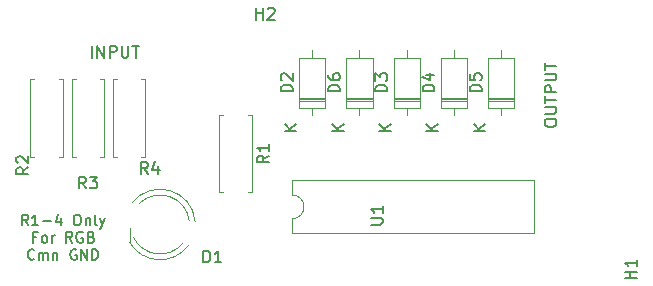
<source format=gbr>
%TF.GenerationSoftware,KiCad,Pcbnew,9.0.2*%
%TF.CreationDate,2025-06-11T23:47:40-06:00*%
%TF.ProjectId,Isolinear Board PCB,49736f6c-696e-4656-9172-20426f617264,rev?*%
%TF.SameCoordinates,Original*%
%TF.FileFunction,Legend,Top*%
%TF.FilePolarity,Positive*%
%FSLAX46Y46*%
G04 Gerber Fmt 4.6, Leading zero omitted, Abs format (unit mm)*
G04 Created by KiCad (PCBNEW 9.0.2) date 2025-06-11 23:47:40*
%MOMM*%
%LPD*%
G01*
G04 APERTURE LIST*
%ADD10C,0.150000*%
%ADD11C,0.120000*%
G04 APERTURE END LIST*
D10*
X114964285Y-142084157D02*
X114664285Y-141655585D01*
X114449999Y-142084157D02*
X114449999Y-141184157D01*
X114449999Y-141184157D02*
X114792856Y-141184157D01*
X114792856Y-141184157D02*
X114878571Y-141227014D01*
X114878571Y-141227014D02*
X114921428Y-141269871D01*
X114921428Y-141269871D02*
X114964285Y-141355585D01*
X114964285Y-141355585D02*
X114964285Y-141484157D01*
X114964285Y-141484157D02*
X114921428Y-141569871D01*
X114921428Y-141569871D02*
X114878571Y-141612728D01*
X114878571Y-141612728D02*
X114792856Y-141655585D01*
X114792856Y-141655585D02*
X114449999Y-141655585D01*
X115821428Y-142084157D02*
X115307142Y-142084157D01*
X115564285Y-142084157D02*
X115564285Y-141184157D01*
X115564285Y-141184157D02*
X115478571Y-141312728D01*
X115478571Y-141312728D02*
X115392856Y-141398442D01*
X115392856Y-141398442D02*
X115307142Y-141441300D01*
X116207142Y-141741300D02*
X116892857Y-141741300D01*
X117707143Y-141484157D02*
X117707143Y-142084157D01*
X117492857Y-141141300D02*
X117278571Y-141784157D01*
X117278571Y-141784157D02*
X117835714Y-141784157D01*
X119035714Y-141184157D02*
X119207142Y-141184157D01*
X119207142Y-141184157D02*
X119292857Y-141227014D01*
X119292857Y-141227014D02*
X119378571Y-141312728D01*
X119378571Y-141312728D02*
X119421428Y-141484157D01*
X119421428Y-141484157D02*
X119421428Y-141784157D01*
X119421428Y-141784157D02*
X119378571Y-141955585D01*
X119378571Y-141955585D02*
X119292857Y-142041300D01*
X119292857Y-142041300D02*
X119207142Y-142084157D01*
X119207142Y-142084157D02*
X119035714Y-142084157D01*
X119035714Y-142084157D02*
X118950000Y-142041300D01*
X118950000Y-142041300D02*
X118864285Y-141955585D01*
X118864285Y-141955585D02*
X118821428Y-141784157D01*
X118821428Y-141784157D02*
X118821428Y-141484157D01*
X118821428Y-141484157D02*
X118864285Y-141312728D01*
X118864285Y-141312728D02*
X118950000Y-141227014D01*
X118950000Y-141227014D02*
X119035714Y-141184157D01*
X119807142Y-141484157D02*
X119807142Y-142084157D01*
X119807142Y-141569871D02*
X119849999Y-141527014D01*
X119849999Y-141527014D02*
X119935714Y-141484157D01*
X119935714Y-141484157D02*
X120064285Y-141484157D01*
X120064285Y-141484157D02*
X120149999Y-141527014D01*
X120149999Y-141527014D02*
X120192857Y-141612728D01*
X120192857Y-141612728D02*
X120192857Y-142084157D01*
X120750000Y-142084157D02*
X120664285Y-142041300D01*
X120664285Y-142041300D02*
X120621428Y-141955585D01*
X120621428Y-141955585D02*
X120621428Y-141184157D01*
X121007143Y-141484157D02*
X121221429Y-142084157D01*
X121435714Y-141484157D02*
X121221429Y-142084157D01*
X121221429Y-142084157D02*
X121135714Y-142298442D01*
X121135714Y-142298442D02*
X121092857Y-142341300D01*
X121092857Y-142341300D02*
X121007143Y-142384157D01*
X115649999Y-143061678D02*
X115349999Y-143061678D01*
X115349999Y-143533107D02*
X115349999Y-142633107D01*
X115349999Y-142633107D02*
X115778571Y-142633107D01*
X116250000Y-143533107D02*
X116164285Y-143490250D01*
X116164285Y-143490250D02*
X116121428Y-143447392D01*
X116121428Y-143447392D02*
X116078571Y-143361678D01*
X116078571Y-143361678D02*
X116078571Y-143104535D01*
X116078571Y-143104535D02*
X116121428Y-143018821D01*
X116121428Y-143018821D02*
X116164285Y-142975964D01*
X116164285Y-142975964D02*
X116250000Y-142933107D01*
X116250000Y-142933107D02*
X116378571Y-142933107D01*
X116378571Y-142933107D02*
X116464285Y-142975964D01*
X116464285Y-142975964D02*
X116507143Y-143018821D01*
X116507143Y-143018821D02*
X116550000Y-143104535D01*
X116550000Y-143104535D02*
X116550000Y-143361678D01*
X116550000Y-143361678D02*
X116507143Y-143447392D01*
X116507143Y-143447392D02*
X116464285Y-143490250D01*
X116464285Y-143490250D02*
X116378571Y-143533107D01*
X116378571Y-143533107D02*
X116250000Y-143533107D01*
X116935714Y-143533107D02*
X116935714Y-142933107D01*
X116935714Y-143104535D02*
X116978571Y-143018821D01*
X116978571Y-143018821D02*
X117021429Y-142975964D01*
X117021429Y-142975964D02*
X117107143Y-142933107D01*
X117107143Y-142933107D02*
X117192857Y-142933107D01*
X118692857Y-143533107D02*
X118392857Y-143104535D01*
X118178571Y-143533107D02*
X118178571Y-142633107D01*
X118178571Y-142633107D02*
X118521428Y-142633107D01*
X118521428Y-142633107D02*
X118607143Y-142675964D01*
X118607143Y-142675964D02*
X118650000Y-142718821D01*
X118650000Y-142718821D02*
X118692857Y-142804535D01*
X118692857Y-142804535D02*
X118692857Y-142933107D01*
X118692857Y-142933107D02*
X118650000Y-143018821D01*
X118650000Y-143018821D02*
X118607143Y-143061678D01*
X118607143Y-143061678D02*
X118521428Y-143104535D01*
X118521428Y-143104535D02*
X118178571Y-143104535D01*
X119550000Y-142675964D02*
X119464286Y-142633107D01*
X119464286Y-142633107D02*
X119335714Y-142633107D01*
X119335714Y-142633107D02*
X119207143Y-142675964D01*
X119207143Y-142675964D02*
X119121428Y-142761678D01*
X119121428Y-142761678D02*
X119078571Y-142847392D01*
X119078571Y-142847392D02*
X119035714Y-143018821D01*
X119035714Y-143018821D02*
X119035714Y-143147392D01*
X119035714Y-143147392D02*
X119078571Y-143318821D01*
X119078571Y-143318821D02*
X119121428Y-143404535D01*
X119121428Y-143404535D02*
X119207143Y-143490250D01*
X119207143Y-143490250D02*
X119335714Y-143533107D01*
X119335714Y-143533107D02*
X119421428Y-143533107D01*
X119421428Y-143533107D02*
X119550000Y-143490250D01*
X119550000Y-143490250D02*
X119592857Y-143447392D01*
X119592857Y-143447392D02*
X119592857Y-143147392D01*
X119592857Y-143147392D02*
X119421428Y-143147392D01*
X120278571Y-143061678D02*
X120407143Y-143104535D01*
X120407143Y-143104535D02*
X120450000Y-143147392D01*
X120450000Y-143147392D02*
X120492857Y-143233107D01*
X120492857Y-143233107D02*
X120492857Y-143361678D01*
X120492857Y-143361678D02*
X120450000Y-143447392D01*
X120450000Y-143447392D02*
X120407143Y-143490250D01*
X120407143Y-143490250D02*
X120321428Y-143533107D01*
X120321428Y-143533107D02*
X119978571Y-143533107D01*
X119978571Y-143533107D02*
X119978571Y-142633107D01*
X119978571Y-142633107D02*
X120278571Y-142633107D01*
X120278571Y-142633107D02*
X120364286Y-142675964D01*
X120364286Y-142675964D02*
X120407143Y-142718821D01*
X120407143Y-142718821D02*
X120450000Y-142804535D01*
X120450000Y-142804535D02*
X120450000Y-142890250D01*
X120450000Y-142890250D02*
X120407143Y-142975964D01*
X120407143Y-142975964D02*
X120364286Y-143018821D01*
X120364286Y-143018821D02*
X120278571Y-143061678D01*
X120278571Y-143061678D02*
X119978571Y-143061678D01*
X115457143Y-144896342D02*
X115414286Y-144939200D01*
X115414286Y-144939200D02*
X115285714Y-144982057D01*
X115285714Y-144982057D02*
X115200000Y-144982057D01*
X115200000Y-144982057D02*
X115071429Y-144939200D01*
X115071429Y-144939200D02*
X114985714Y-144853485D01*
X114985714Y-144853485D02*
X114942857Y-144767771D01*
X114942857Y-144767771D02*
X114900000Y-144596342D01*
X114900000Y-144596342D02*
X114900000Y-144467771D01*
X114900000Y-144467771D02*
X114942857Y-144296342D01*
X114942857Y-144296342D02*
X114985714Y-144210628D01*
X114985714Y-144210628D02*
X115071429Y-144124914D01*
X115071429Y-144124914D02*
X115200000Y-144082057D01*
X115200000Y-144082057D02*
X115285714Y-144082057D01*
X115285714Y-144082057D02*
X115414286Y-144124914D01*
X115414286Y-144124914D02*
X115457143Y-144167771D01*
X115842857Y-144982057D02*
X115842857Y-144382057D01*
X115842857Y-144467771D02*
X115885714Y-144424914D01*
X115885714Y-144424914D02*
X115971429Y-144382057D01*
X115971429Y-144382057D02*
X116100000Y-144382057D01*
X116100000Y-144382057D02*
X116185714Y-144424914D01*
X116185714Y-144424914D02*
X116228572Y-144510628D01*
X116228572Y-144510628D02*
X116228572Y-144982057D01*
X116228572Y-144510628D02*
X116271429Y-144424914D01*
X116271429Y-144424914D02*
X116357143Y-144382057D01*
X116357143Y-144382057D02*
X116485714Y-144382057D01*
X116485714Y-144382057D02*
X116571429Y-144424914D01*
X116571429Y-144424914D02*
X116614286Y-144510628D01*
X116614286Y-144510628D02*
X116614286Y-144982057D01*
X117042857Y-144382057D02*
X117042857Y-144982057D01*
X117042857Y-144467771D02*
X117085714Y-144424914D01*
X117085714Y-144424914D02*
X117171429Y-144382057D01*
X117171429Y-144382057D02*
X117300000Y-144382057D01*
X117300000Y-144382057D02*
X117385714Y-144424914D01*
X117385714Y-144424914D02*
X117428572Y-144510628D01*
X117428572Y-144510628D02*
X117428572Y-144982057D01*
X119014286Y-144124914D02*
X118928572Y-144082057D01*
X118928572Y-144082057D02*
X118800000Y-144082057D01*
X118800000Y-144082057D02*
X118671429Y-144124914D01*
X118671429Y-144124914D02*
X118585714Y-144210628D01*
X118585714Y-144210628D02*
X118542857Y-144296342D01*
X118542857Y-144296342D02*
X118500000Y-144467771D01*
X118500000Y-144467771D02*
X118500000Y-144596342D01*
X118500000Y-144596342D02*
X118542857Y-144767771D01*
X118542857Y-144767771D02*
X118585714Y-144853485D01*
X118585714Y-144853485D02*
X118671429Y-144939200D01*
X118671429Y-144939200D02*
X118800000Y-144982057D01*
X118800000Y-144982057D02*
X118885714Y-144982057D01*
X118885714Y-144982057D02*
X119014286Y-144939200D01*
X119014286Y-144939200D02*
X119057143Y-144896342D01*
X119057143Y-144896342D02*
X119057143Y-144596342D01*
X119057143Y-144596342D02*
X118885714Y-144596342D01*
X119442857Y-144982057D02*
X119442857Y-144082057D01*
X119442857Y-144082057D02*
X119957143Y-144982057D01*
X119957143Y-144982057D02*
X119957143Y-144082057D01*
X120385714Y-144982057D02*
X120385714Y-144082057D01*
X120385714Y-144082057D02*
X120600000Y-144082057D01*
X120600000Y-144082057D02*
X120728571Y-144124914D01*
X120728571Y-144124914D02*
X120814286Y-144210628D01*
X120814286Y-144210628D02*
X120857143Y-144296342D01*
X120857143Y-144296342D02*
X120900000Y-144467771D01*
X120900000Y-144467771D02*
X120900000Y-144596342D01*
X120900000Y-144596342D02*
X120857143Y-144767771D01*
X120857143Y-144767771D02*
X120814286Y-144853485D01*
X120814286Y-144853485D02*
X120728571Y-144939200D01*
X120728571Y-144939200D02*
X120600000Y-144982057D01*
X120600000Y-144982057D02*
X120385714Y-144982057D01*
X158669819Y-133472744D02*
X158669819Y-133282268D01*
X158669819Y-133282268D02*
X158717438Y-133187030D01*
X158717438Y-133187030D02*
X158812676Y-133091792D01*
X158812676Y-133091792D02*
X159003152Y-133044173D01*
X159003152Y-133044173D02*
X159336485Y-133044173D01*
X159336485Y-133044173D02*
X159526961Y-133091792D01*
X159526961Y-133091792D02*
X159622200Y-133187030D01*
X159622200Y-133187030D02*
X159669819Y-133282268D01*
X159669819Y-133282268D02*
X159669819Y-133472744D01*
X159669819Y-133472744D02*
X159622200Y-133567982D01*
X159622200Y-133567982D02*
X159526961Y-133663220D01*
X159526961Y-133663220D02*
X159336485Y-133710839D01*
X159336485Y-133710839D02*
X159003152Y-133710839D01*
X159003152Y-133710839D02*
X158812676Y-133663220D01*
X158812676Y-133663220D02*
X158717438Y-133567982D01*
X158717438Y-133567982D02*
X158669819Y-133472744D01*
X158669819Y-132615601D02*
X159479342Y-132615601D01*
X159479342Y-132615601D02*
X159574580Y-132567982D01*
X159574580Y-132567982D02*
X159622200Y-132520363D01*
X159622200Y-132520363D02*
X159669819Y-132425125D01*
X159669819Y-132425125D02*
X159669819Y-132234649D01*
X159669819Y-132234649D02*
X159622200Y-132139411D01*
X159622200Y-132139411D02*
X159574580Y-132091792D01*
X159574580Y-132091792D02*
X159479342Y-132044173D01*
X159479342Y-132044173D02*
X158669819Y-132044173D01*
X158669819Y-131710839D02*
X158669819Y-131139411D01*
X159669819Y-131425125D02*
X158669819Y-131425125D01*
X159669819Y-130806077D02*
X158669819Y-130806077D01*
X158669819Y-130806077D02*
X158669819Y-130425125D01*
X158669819Y-130425125D02*
X158717438Y-130329887D01*
X158717438Y-130329887D02*
X158765057Y-130282268D01*
X158765057Y-130282268D02*
X158860295Y-130234649D01*
X158860295Y-130234649D02*
X159003152Y-130234649D01*
X159003152Y-130234649D02*
X159098390Y-130282268D01*
X159098390Y-130282268D02*
X159146009Y-130329887D01*
X159146009Y-130329887D02*
X159193628Y-130425125D01*
X159193628Y-130425125D02*
X159193628Y-130806077D01*
X158669819Y-129806077D02*
X159479342Y-129806077D01*
X159479342Y-129806077D02*
X159574580Y-129758458D01*
X159574580Y-129758458D02*
X159622200Y-129710839D01*
X159622200Y-129710839D02*
X159669819Y-129615601D01*
X159669819Y-129615601D02*
X159669819Y-129425125D01*
X159669819Y-129425125D02*
X159622200Y-129329887D01*
X159622200Y-129329887D02*
X159574580Y-129282268D01*
X159574580Y-129282268D02*
X159479342Y-129234649D01*
X159479342Y-129234649D02*
X158669819Y-129234649D01*
X158669819Y-128901315D02*
X158669819Y-128329887D01*
X159669819Y-128615601D02*
X158669819Y-128615601D01*
X120336779Y-127869819D02*
X120336779Y-126869819D01*
X120812969Y-127869819D02*
X120812969Y-126869819D01*
X120812969Y-126869819D02*
X121384397Y-127869819D01*
X121384397Y-127869819D02*
X121384397Y-126869819D01*
X121860588Y-127869819D02*
X121860588Y-126869819D01*
X121860588Y-126869819D02*
X122241540Y-126869819D01*
X122241540Y-126869819D02*
X122336778Y-126917438D01*
X122336778Y-126917438D02*
X122384397Y-126965057D01*
X122384397Y-126965057D02*
X122432016Y-127060295D01*
X122432016Y-127060295D02*
X122432016Y-127203152D01*
X122432016Y-127203152D02*
X122384397Y-127298390D01*
X122384397Y-127298390D02*
X122336778Y-127346009D01*
X122336778Y-127346009D02*
X122241540Y-127393628D01*
X122241540Y-127393628D02*
X121860588Y-127393628D01*
X122860588Y-126869819D02*
X122860588Y-127679342D01*
X122860588Y-127679342D02*
X122908207Y-127774580D01*
X122908207Y-127774580D02*
X122955826Y-127822200D01*
X122955826Y-127822200D02*
X123051064Y-127869819D01*
X123051064Y-127869819D02*
X123241540Y-127869819D01*
X123241540Y-127869819D02*
X123336778Y-127822200D01*
X123336778Y-127822200D02*
X123384397Y-127774580D01*
X123384397Y-127774580D02*
X123432016Y-127679342D01*
X123432016Y-127679342D02*
X123432016Y-126869819D01*
X123765350Y-126869819D02*
X124336778Y-126869819D01*
X124051064Y-127869819D02*
X124051064Y-126869819D01*
X135324819Y-136166666D02*
X134848628Y-136499999D01*
X135324819Y-136738094D02*
X134324819Y-136738094D01*
X134324819Y-136738094D02*
X134324819Y-136357142D01*
X134324819Y-136357142D02*
X134372438Y-136261904D01*
X134372438Y-136261904D02*
X134420057Y-136214285D01*
X134420057Y-136214285D02*
X134515295Y-136166666D01*
X134515295Y-136166666D02*
X134658152Y-136166666D01*
X134658152Y-136166666D02*
X134753390Y-136214285D01*
X134753390Y-136214285D02*
X134801009Y-136261904D01*
X134801009Y-136261904D02*
X134848628Y-136357142D01*
X134848628Y-136357142D02*
X134848628Y-136738094D01*
X135324819Y-135214285D02*
X135324819Y-135785713D01*
X135324819Y-135499999D02*
X134324819Y-135499999D01*
X134324819Y-135499999D02*
X134467676Y-135595237D01*
X134467676Y-135595237D02*
X134562914Y-135690475D01*
X134562914Y-135690475D02*
X134610533Y-135785713D01*
X129787905Y-145218819D02*
X129787905Y-144218819D01*
X129787905Y-144218819D02*
X130026000Y-144218819D01*
X130026000Y-144218819D02*
X130168857Y-144266438D01*
X130168857Y-144266438D02*
X130264095Y-144361676D01*
X130264095Y-144361676D02*
X130311714Y-144456914D01*
X130311714Y-144456914D02*
X130359333Y-144647390D01*
X130359333Y-144647390D02*
X130359333Y-144790247D01*
X130359333Y-144790247D02*
X130311714Y-144980723D01*
X130311714Y-144980723D02*
X130264095Y-145075961D01*
X130264095Y-145075961D02*
X130168857Y-145171200D01*
X130168857Y-145171200D02*
X130026000Y-145218819D01*
X130026000Y-145218819D02*
X129787905Y-145218819D01*
X131311714Y-145218819D02*
X130740286Y-145218819D01*
X131026000Y-145218819D02*
X131026000Y-144218819D01*
X131026000Y-144218819D02*
X130930762Y-144361676D01*
X130930762Y-144361676D02*
X130835524Y-144456914D01*
X130835524Y-144456914D02*
X130740286Y-144504533D01*
X119833333Y-138954819D02*
X119500000Y-138478628D01*
X119261905Y-138954819D02*
X119261905Y-137954819D01*
X119261905Y-137954819D02*
X119642857Y-137954819D01*
X119642857Y-137954819D02*
X119738095Y-138002438D01*
X119738095Y-138002438D02*
X119785714Y-138050057D01*
X119785714Y-138050057D02*
X119833333Y-138145295D01*
X119833333Y-138145295D02*
X119833333Y-138288152D01*
X119833333Y-138288152D02*
X119785714Y-138383390D01*
X119785714Y-138383390D02*
X119738095Y-138431009D01*
X119738095Y-138431009D02*
X119642857Y-138478628D01*
X119642857Y-138478628D02*
X119261905Y-138478628D01*
X120166667Y-137954819D02*
X120785714Y-137954819D01*
X120785714Y-137954819D02*
X120452381Y-138335771D01*
X120452381Y-138335771D02*
X120595238Y-138335771D01*
X120595238Y-138335771D02*
X120690476Y-138383390D01*
X120690476Y-138383390D02*
X120738095Y-138431009D01*
X120738095Y-138431009D02*
X120785714Y-138526247D01*
X120785714Y-138526247D02*
X120785714Y-138764342D01*
X120785714Y-138764342D02*
X120738095Y-138859580D01*
X120738095Y-138859580D02*
X120690476Y-138907200D01*
X120690476Y-138907200D02*
X120595238Y-138954819D01*
X120595238Y-138954819D02*
X120309524Y-138954819D01*
X120309524Y-138954819D02*
X120214286Y-138907200D01*
X120214286Y-138907200D02*
X120166667Y-138859580D01*
X141334819Y-130738094D02*
X140334819Y-130738094D01*
X140334819Y-130738094D02*
X140334819Y-130499999D01*
X140334819Y-130499999D02*
X140382438Y-130357142D01*
X140382438Y-130357142D02*
X140477676Y-130261904D01*
X140477676Y-130261904D02*
X140572914Y-130214285D01*
X140572914Y-130214285D02*
X140763390Y-130166666D01*
X140763390Y-130166666D02*
X140906247Y-130166666D01*
X140906247Y-130166666D02*
X141096723Y-130214285D01*
X141096723Y-130214285D02*
X141191961Y-130261904D01*
X141191961Y-130261904D02*
X141287200Y-130357142D01*
X141287200Y-130357142D02*
X141334819Y-130499999D01*
X141334819Y-130499999D02*
X141334819Y-130738094D01*
X140334819Y-129309523D02*
X140334819Y-129499999D01*
X140334819Y-129499999D02*
X140382438Y-129595237D01*
X140382438Y-129595237D02*
X140430057Y-129642856D01*
X140430057Y-129642856D02*
X140572914Y-129738094D01*
X140572914Y-129738094D02*
X140763390Y-129785713D01*
X140763390Y-129785713D02*
X141144342Y-129785713D01*
X141144342Y-129785713D02*
X141239580Y-129738094D01*
X141239580Y-129738094D02*
X141287200Y-129690475D01*
X141287200Y-129690475D02*
X141334819Y-129595237D01*
X141334819Y-129595237D02*
X141334819Y-129404761D01*
X141334819Y-129404761D02*
X141287200Y-129309523D01*
X141287200Y-129309523D02*
X141239580Y-129261904D01*
X141239580Y-129261904D02*
X141144342Y-129214285D01*
X141144342Y-129214285D02*
X140906247Y-129214285D01*
X140906247Y-129214285D02*
X140811009Y-129261904D01*
X140811009Y-129261904D02*
X140763390Y-129309523D01*
X140763390Y-129309523D02*
X140715771Y-129404761D01*
X140715771Y-129404761D02*
X140715771Y-129595237D01*
X140715771Y-129595237D02*
X140763390Y-129690475D01*
X140763390Y-129690475D02*
X140811009Y-129738094D01*
X140811009Y-129738094D02*
X140906247Y-129785713D01*
X141654819Y-134071904D02*
X140654819Y-134071904D01*
X141654819Y-133500476D02*
X141083390Y-133929047D01*
X140654819Y-133500476D02*
X141226247Y-134071904D01*
X149334819Y-130738094D02*
X148334819Y-130738094D01*
X148334819Y-130738094D02*
X148334819Y-130499999D01*
X148334819Y-130499999D02*
X148382438Y-130357142D01*
X148382438Y-130357142D02*
X148477676Y-130261904D01*
X148477676Y-130261904D02*
X148572914Y-130214285D01*
X148572914Y-130214285D02*
X148763390Y-130166666D01*
X148763390Y-130166666D02*
X148906247Y-130166666D01*
X148906247Y-130166666D02*
X149096723Y-130214285D01*
X149096723Y-130214285D02*
X149191961Y-130261904D01*
X149191961Y-130261904D02*
X149287200Y-130357142D01*
X149287200Y-130357142D02*
X149334819Y-130499999D01*
X149334819Y-130499999D02*
X149334819Y-130738094D01*
X148668152Y-129309523D02*
X149334819Y-129309523D01*
X148287200Y-129547618D02*
X149001485Y-129785713D01*
X149001485Y-129785713D02*
X149001485Y-129166666D01*
X149654819Y-134071904D02*
X148654819Y-134071904D01*
X149654819Y-133500476D02*
X149083390Y-133929047D01*
X148654819Y-133500476D02*
X149226247Y-134071904D01*
X153334819Y-130738094D02*
X152334819Y-130738094D01*
X152334819Y-130738094D02*
X152334819Y-130499999D01*
X152334819Y-130499999D02*
X152382438Y-130357142D01*
X152382438Y-130357142D02*
X152477676Y-130261904D01*
X152477676Y-130261904D02*
X152572914Y-130214285D01*
X152572914Y-130214285D02*
X152763390Y-130166666D01*
X152763390Y-130166666D02*
X152906247Y-130166666D01*
X152906247Y-130166666D02*
X153096723Y-130214285D01*
X153096723Y-130214285D02*
X153191961Y-130261904D01*
X153191961Y-130261904D02*
X153287200Y-130357142D01*
X153287200Y-130357142D02*
X153334819Y-130499999D01*
X153334819Y-130499999D02*
X153334819Y-130738094D01*
X152334819Y-129261904D02*
X152334819Y-129738094D01*
X152334819Y-129738094D02*
X152811009Y-129785713D01*
X152811009Y-129785713D02*
X152763390Y-129738094D01*
X152763390Y-129738094D02*
X152715771Y-129642856D01*
X152715771Y-129642856D02*
X152715771Y-129404761D01*
X152715771Y-129404761D02*
X152763390Y-129309523D01*
X152763390Y-129309523D02*
X152811009Y-129261904D01*
X152811009Y-129261904D02*
X152906247Y-129214285D01*
X152906247Y-129214285D02*
X153144342Y-129214285D01*
X153144342Y-129214285D02*
X153239580Y-129261904D01*
X153239580Y-129261904D02*
X153287200Y-129309523D01*
X153287200Y-129309523D02*
X153334819Y-129404761D01*
X153334819Y-129404761D02*
X153334819Y-129642856D01*
X153334819Y-129642856D02*
X153287200Y-129738094D01*
X153287200Y-129738094D02*
X153239580Y-129785713D01*
X153654819Y-134071904D02*
X152654819Y-134071904D01*
X153654819Y-133500476D02*
X153083390Y-133929047D01*
X152654819Y-133500476D02*
X153226247Y-134071904D01*
X137334819Y-130738094D02*
X136334819Y-130738094D01*
X136334819Y-130738094D02*
X136334819Y-130499999D01*
X136334819Y-130499999D02*
X136382438Y-130357142D01*
X136382438Y-130357142D02*
X136477676Y-130261904D01*
X136477676Y-130261904D02*
X136572914Y-130214285D01*
X136572914Y-130214285D02*
X136763390Y-130166666D01*
X136763390Y-130166666D02*
X136906247Y-130166666D01*
X136906247Y-130166666D02*
X137096723Y-130214285D01*
X137096723Y-130214285D02*
X137191961Y-130261904D01*
X137191961Y-130261904D02*
X137287200Y-130357142D01*
X137287200Y-130357142D02*
X137334819Y-130499999D01*
X137334819Y-130499999D02*
X137334819Y-130738094D01*
X136430057Y-129785713D02*
X136382438Y-129738094D01*
X136382438Y-129738094D02*
X136334819Y-129642856D01*
X136334819Y-129642856D02*
X136334819Y-129404761D01*
X136334819Y-129404761D02*
X136382438Y-129309523D01*
X136382438Y-129309523D02*
X136430057Y-129261904D01*
X136430057Y-129261904D02*
X136525295Y-129214285D01*
X136525295Y-129214285D02*
X136620533Y-129214285D01*
X136620533Y-129214285D02*
X136763390Y-129261904D01*
X136763390Y-129261904D02*
X137334819Y-129833332D01*
X137334819Y-129833332D02*
X137334819Y-129214285D01*
X137654819Y-134071904D02*
X136654819Y-134071904D01*
X137654819Y-133500476D02*
X137083390Y-133929047D01*
X136654819Y-133500476D02*
X137226247Y-134071904D01*
X125083333Y-137704819D02*
X124750000Y-137228628D01*
X124511905Y-137704819D02*
X124511905Y-136704819D01*
X124511905Y-136704819D02*
X124892857Y-136704819D01*
X124892857Y-136704819D02*
X124988095Y-136752438D01*
X124988095Y-136752438D02*
X125035714Y-136800057D01*
X125035714Y-136800057D02*
X125083333Y-136895295D01*
X125083333Y-136895295D02*
X125083333Y-137038152D01*
X125083333Y-137038152D02*
X125035714Y-137133390D01*
X125035714Y-137133390D02*
X124988095Y-137181009D01*
X124988095Y-137181009D02*
X124892857Y-137228628D01*
X124892857Y-137228628D02*
X124511905Y-137228628D01*
X125940476Y-137038152D02*
X125940476Y-137704819D01*
X125702381Y-136657200D02*
X125464286Y-137371485D01*
X125464286Y-137371485D02*
X126083333Y-137371485D01*
X166454819Y-146561904D02*
X165454819Y-146561904D01*
X165931009Y-146561904D02*
X165931009Y-145990476D01*
X166454819Y-145990476D02*
X165454819Y-145990476D01*
X166454819Y-144990476D02*
X166454819Y-145561904D01*
X166454819Y-145276190D02*
X165454819Y-145276190D01*
X165454819Y-145276190D02*
X165597676Y-145371428D01*
X165597676Y-145371428D02*
X165692914Y-145466666D01*
X165692914Y-145466666D02*
X165740533Y-145561904D01*
X145334819Y-130738094D02*
X144334819Y-130738094D01*
X144334819Y-130738094D02*
X144334819Y-130499999D01*
X144334819Y-130499999D02*
X144382438Y-130357142D01*
X144382438Y-130357142D02*
X144477676Y-130261904D01*
X144477676Y-130261904D02*
X144572914Y-130214285D01*
X144572914Y-130214285D02*
X144763390Y-130166666D01*
X144763390Y-130166666D02*
X144906247Y-130166666D01*
X144906247Y-130166666D02*
X145096723Y-130214285D01*
X145096723Y-130214285D02*
X145191961Y-130261904D01*
X145191961Y-130261904D02*
X145287200Y-130357142D01*
X145287200Y-130357142D02*
X145334819Y-130499999D01*
X145334819Y-130499999D02*
X145334819Y-130738094D01*
X144334819Y-129833332D02*
X144334819Y-129214285D01*
X144334819Y-129214285D02*
X144715771Y-129547618D01*
X144715771Y-129547618D02*
X144715771Y-129404761D01*
X144715771Y-129404761D02*
X144763390Y-129309523D01*
X144763390Y-129309523D02*
X144811009Y-129261904D01*
X144811009Y-129261904D02*
X144906247Y-129214285D01*
X144906247Y-129214285D02*
X145144342Y-129214285D01*
X145144342Y-129214285D02*
X145239580Y-129261904D01*
X145239580Y-129261904D02*
X145287200Y-129309523D01*
X145287200Y-129309523D02*
X145334819Y-129404761D01*
X145334819Y-129404761D02*
X145334819Y-129690475D01*
X145334819Y-129690475D02*
X145287200Y-129785713D01*
X145287200Y-129785713D02*
X145239580Y-129833332D01*
X145654819Y-134071904D02*
X144654819Y-134071904D01*
X145654819Y-133500476D02*
X145083390Y-133929047D01*
X144654819Y-133500476D02*
X145226247Y-134071904D01*
X143954819Y-142011904D02*
X144764342Y-142011904D01*
X144764342Y-142011904D02*
X144859580Y-141964285D01*
X144859580Y-141964285D02*
X144907200Y-141916666D01*
X144907200Y-141916666D02*
X144954819Y-141821428D01*
X144954819Y-141821428D02*
X144954819Y-141630952D01*
X144954819Y-141630952D02*
X144907200Y-141535714D01*
X144907200Y-141535714D02*
X144859580Y-141488095D01*
X144859580Y-141488095D02*
X144764342Y-141440476D01*
X144764342Y-141440476D02*
X143954819Y-141440476D01*
X144954819Y-140440476D02*
X144954819Y-141011904D01*
X144954819Y-140726190D02*
X143954819Y-140726190D01*
X143954819Y-140726190D02*
X144097676Y-140821428D01*
X144097676Y-140821428D02*
X144192914Y-140916666D01*
X144192914Y-140916666D02*
X144240533Y-141011904D01*
X134238095Y-124654819D02*
X134238095Y-123654819D01*
X134238095Y-124131009D02*
X134809523Y-124131009D01*
X134809523Y-124654819D02*
X134809523Y-123654819D01*
X135238095Y-123750057D02*
X135285714Y-123702438D01*
X135285714Y-123702438D02*
X135380952Y-123654819D01*
X135380952Y-123654819D02*
X135619047Y-123654819D01*
X135619047Y-123654819D02*
X135714285Y-123702438D01*
X135714285Y-123702438D02*
X135761904Y-123750057D01*
X135761904Y-123750057D02*
X135809523Y-123845295D01*
X135809523Y-123845295D02*
X135809523Y-123940533D01*
X135809523Y-123940533D02*
X135761904Y-124083390D01*
X135761904Y-124083390D02*
X135190476Y-124654819D01*
X135190476Y-124654819D02*
X135809523Y-124654819D01*
X114954819Y-137166666D02*
X114478628Y-137499999D01*
X114954819Y-137738094D02*
X113954819Y-137738094D01*
X113954819Y-137738094D02*
X113954819Y-137357142D01*
X113954819Y-137357142D02*
X114002438Y-137261904D01*
X114002438Y-137261904D02*
X114050057Y-137214285D01*
X114050057Y-137214285D02*
X114145295Y-137166666D01*
X114145295Y-137166666D02*
X114288152Y-137166666D01*
X114288152Y-137166666D02*
X114383390Y-137214285D01*
X114383390Y-137214285D02*
X114431009Y-137261904D01*
X114431009Y-137261904D02*
X114478628Y-137357142D01*
X114478628Y-137357142D02*
X114478628Y-137738094D01*
X114050057Y-136785713D02*
X114002438Y-136738094D01*
X114002438Y-136738094D02*
X113954819Y-136642856D01*
X113954819Y-136642856D02*
X113954819Y-136404761D01*
X113954819Y-136404761D02*
X114002438Y-136309523D01*
X114002438Y-136309523D02*
X114050057Y-136261904D01*
X114050057Y-136261904D02*
X114145295Y-136214285D01*
X114145295Y-136214285D02*
X114240533Y-136214285D01*
X114240533Y-136214285D02*
X114383390Y-136261904D01*
X114383390Y-136261904D02*
X114954819Y-136833332D01*
X114954819Y-136833332D02*
X114954819Y-136214285D01*
D11*
%TO.C,R1*%
X131130000Y-132730000D02*
X131130000Y-139270000D01*
X131130000Y-139270000D02*
X131460000Y-139270000D01*
X131460000Y-132730000D02*
X131130000Y-132730000D01*
X133540000Y-132730000D02*
X133870000Y-132730000D01*
X133870000Y-132730000D02*
X133870000Y-139270000D01*
X133870000Y-139270000D02*
X133540000Y-139270000D01*
%TO.C,D1*%
X123553000Y-142301188D02*
X123553000Y-143547000D01*
X123728000Y-140202000D02*
G75*
G02*
X129089835Y-141743784I2385000J-1800000D01*
G01*
X124360401Y-140224001D02*
G75*
G02*
X128593090Y-141715579I1752599J-1777999D01*
G01*
X128072086Y-143555056D02*
G75*
G02*
X123858316Y-143082000I-1959086J1553056D01*
G01*
X128504334Y-143796887D02*
G75*
G02*
X123553000Y-143546830I-2391334J1794887D01*
G01*
%TO.C,R3*%
X118630000Y-129730000D02*
X118630000Y-136270000D01*
X118630000Y-136270000D02*
X118960000Y-136270000D01*
X118960000Y-129730000D02*
X118630000Y-129730000D01*
X121040000Y-129730000D02*
X121370000Y-129730000D01*
X121370000Y-129730000D02*
X121370000Y-136270000D01*
X121370000Y-136270000D02*
X121040000Y-136270000D01*
%TO.C,D6*%
X141880000Y-127880000D02*
X141880000Y-132120000D01*
X141880000Y-131280000D02*
X144120000Y-131280000D01*
X141880000Y-131400000D02*
X144120000Y-131400000D01*
X141880000Y-131520000D02*
X144120000Y-131520000D01*
X141880000Y-132120000D02*
X144120000Y-132120000D01*
X143000000Y-127230000D02*
X143000000Y-127880000D01*
X143000000Y-132770000D02*
X143000000Y-132120000D01*
X144120000Y-127880000D02*
X141880000Y-127880000D01*
X144120000Y-132120000D02*
X144120000Y-127880000D01*
%TO.C,D4*%
X149880000Y-127880000D02*
X149880000Y-132120000D01*
X149880000Y-131280000D02*
X152120000Y-131280000D01*
X149880000Y-131400000D02*
X152120000Y-131400000D01*
X149880000Y-131520000D02*
X152120000Y-131520000D01*
X149880000Y-132120000D02*
X152120000Y-132120000D01*
X151000000Y-127230000D02*
X151000000Y-127880000D01*
X151000000Y-132770000D02*
X151000000Y-132120000D01*
X152120000Y-127880000D02*
X149880000Y-127880000D01*
X152120000Y-132120000D02*
X152120000Y-127880000D01*
%TO.C,D5*%
X153880000Y-127880000D02*
X153880000Y-132120000D01*
X153880000Y-131280000D02*
X156120000Y-131280000D01*
X153880000Y-131400000D02*
X156120000Y-131400000D01*
X153880000Y-131520000D02*
X156120000Y-131520000D01*
X153880000Y-132120000D02*
X156120000Y-132120000D01*
X155000000Y-127230000D02*
X155000000Y-127880000D01*
X155000000Y-132770000D02*
X155000000Y-132120000D01*
X156120000Y-127880000D02*
X153880000Y-127880000D01*
X156120000Y-132120000D02*
X156120000Y-127880000D01*
%TO.C,D2*%
X137880000Y-127880000D02*
X137880000Y-132120000D01*
X137880000Y-131280000D02*
X140120000Y-131280000D01*
X137880000Y-131400000D02*
X140120000Y-131400000D01*
X137880000Y-131520000D02*
X140120000Y-131520000D01*
X137880000Y-132120000D02*
X140120000Y-132120000D01*
X139000000Y-127230000D02*
X139000000Y-127880000D01*
X139000000Y-132770000D02*
X139000000Y-132120000D01*
X140120000Y-127880000D02*
X137880000Y-127880000D01*
X140120000Y-132120000D02*
X140120000Y-127880000D01*
%TO.C,R4*%
X122130000Y-129730000D02*
X122130000Y-136270000D01*
X122130000Y-136270000D02*
X122460000Y-136270000D01*
X122460000Y-129730000D02*
X122130000Y-129730000D01*
X124540000Y-129730000D02*
X124870000Y-129730000D01*
X124870000Y-129730000D02*
X124870000Y-136270000D01*
X124870000Y-136270000D02*
X124540000Y-136270000D01*
%TO.C,D3*%
X145880000Y-127880000D02*
X145880000Y-132120000D01*
X145880000Y-131280000D02*
X148120000Y-131280000D01*
X145880000Y-131400000D02*
X148120000Y-131400000D01*
X145880000Y-131520000D02*
X148120000Y-131520000D01*
X145880000Y-132120000D02*
X148120000Y-132120000D01*
X147000000Y-127230000D02*
X147000000Y-127880000D01*
X147000000Y-132770000D02*
X147000000Y-132120000D01*
X148120000Y-127880000D02*
X145880000Y-127880000D01*
X148120000Y-132120000D02*
X148120000Y-127880000D01*
%TO.C,U1*%
X137295000Y-138265000D02*
X137295000Y-139515000D01*
X137295000Y-141515000D02*
X137295000Y-142765000D01*
X137295000Y-142765000D02*
X157735000Y-142765000D01*
X157735000Y-138265000D02*
X137295000Y-138265000D01*
X157735000Y-142765000D02*
X157735000Y-138265000D01*
X137295000Y-139515000D02*
G75*
G02*
X137295000Y-141515000I0J-1000000D01*
G01*
%TO.C,R2*%
X115130000Y-129730000D02*
X115130000Y-136270000D01*
X115130000Y-136270000D02*
X115460000Y-136270000D01*
X115460000Y-129730000D02*
X115130000Y-129730000D01*
X117540000Y-129730000D02*
X117870000Y-129730000D01*
X117870000Y-129730000D02*
X117870000Y-136270000D01*
X117870000Y-136270000D02*
X117540000Y-136270000D01*
%TD*%
M02*

</source>
